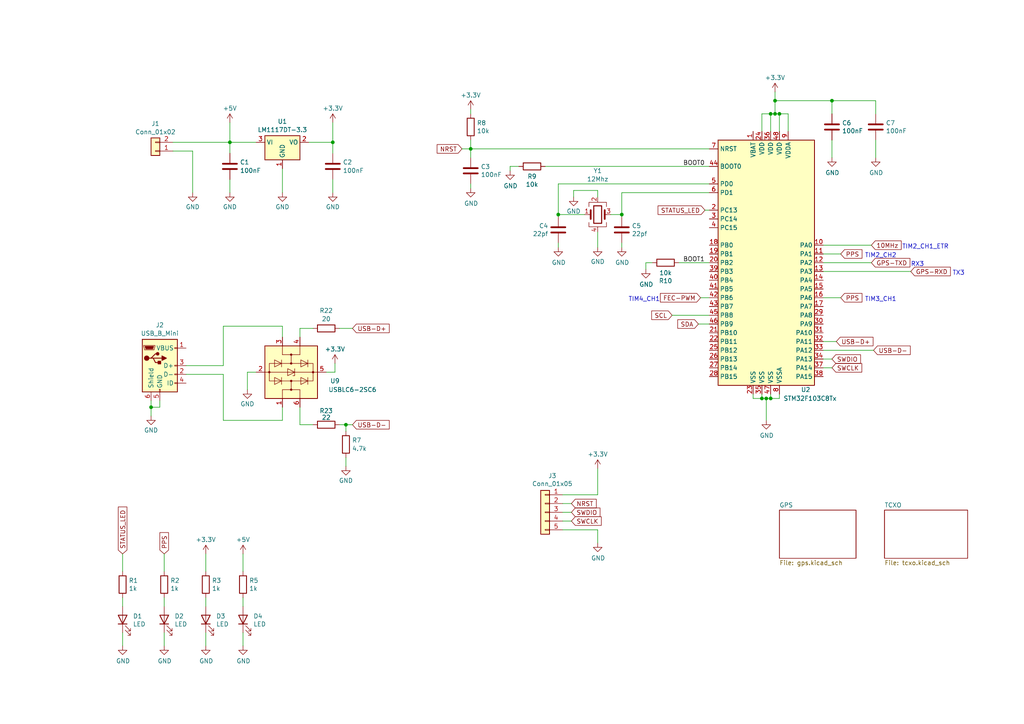
<source format=kicad_sch>
(kicad_sch (version 20230121) (generator eeschema)
  (paper "A4")
  (lib_symbols
    (symbol "Connector:USB_B_Mini" (pin_names (offset 1.016))
      (property "Reference" "J" (at -5.08 11.43 0))
      (property "Value" "USB_B_Mini" (at -5.08 8.89 0))
      (symbol "USB_B_Mini_0_1"
        (rectangle (start -5.08 -7.62) (end 5.08 7.62) (stroke (width 0.254)) (fill (type background)))
        (circle (center -3.81 2.159) (radius 0.635) (stroke (width 0.254)) (fill (type outline)))
        (circle (center -0.635 3.429) (radius 0.381) (stroke (width 0.254)) (fill (type outline)))
        (rectangle (start -0.127 -7.62) (end 0.127 -6.858))
        (polyline (pts (xy -1.905 2.159) (xy 0.635 2.159)) (stroke (width 0.254)))
        (polyline (pts (xy -3.175 2.159) (xy -2.54 2.159) (xy -1.27 3.429) (xy -0.635 3.429)) (stroke (width 0.254)))
        (polyline (pts (xy -2.54 2.159) (xy -1.905 2.159) (xy -1.27 0.889) (xy 0 0.889)) (stroke (width 0.254)))
        (polyline (pts (xy 0.635 2.794) (xy 0.635 1.524) (xy 1.905 2.159) (xy 0.635 2.794)) (stroke (width 0.254)) (fill (type outline)))
        (polyline (pts (xy -4.318 5.588) (xy -1.778 5.588) (xy -2.032 4.826) (xy -4.064 4.826) (xy -4.318 5.588)) (fill (type outline)))
        (polyline (pts (xy -4.699 5.842) (xy -4.699 5.588) (xy -4.445 4.826) (xy -4.445 4.572) (xy -1.651 4.572) (xy -1.651 4.826) (xy -1.397 5.588) (xy -1.397 5.842) (xy -4.699 5.842)))
        (rectangle (start 0.254 1.27) (end -0.508 0.508) (stroke (width 0.254)) (fill (type outline)))
        (rectangle (start 5.08 -5.207) (end 4.318 -4.953))
        (rectangle (start 5.08 -2.667) (end 4.318 -2.413))
        (rectangle (start 5.08 -0.127) (end 4.318 0.127))
        (rectangle (start 5.08 4.953) (end 4.318 5.207))
      )
      (symbol "USB_B_Mini_1_1"
        (pin power_out line (at 7.62 5.08 180) (length 2.54) (name "VBUS") (number "1"))
        (pin bidirectional line (at 7.62 -2.54 180) (length 2.54) (name "D-") (number "2"))
        (pin bidirectional line (at 7.62 0 180) (length 2.54) (name "D+") (number "3"))
        (pin passive line (at 7.62 -5.08 180) (length 2.54) (name "ID") (number "4"))
        (pin power_out line (at 0 -10.16 90) (length 2.54) (name "GND") (number "5"))
        (pin passive line (at -2.54 -10.16 90) (length 2.54) (name "Shield") (number "6"))
      )
    )
    (symbol "Connector_Generic:Conn_01x02" (pin_names (offset 1.016) hide)
      (property "Reference" "J" (at 0 2.54 0))
      (property "Value" "Conn_01x02" (at 0 -5.08 0))
      (symbol "Conn_01x02_1_1"
        (rectangle (start -1.27 -2.413) (end 0 -2.667) (stroke (width 0.1524)))
        (rectangle (start -1.27 0.127) (end 0 -0.127) (stroke (width 0.1524)))
        (rectangle (start -1.27 1.27) (end 1.27 -3.81) (stroke (width 0.254)) (fill (type background)))
        (pin passive line (at -5.08 0 0) (length 3.81) (name "Pin_1") (number "1"))
        (pin passive line (at -5.08 -2.54 0) (length 3.81) (name "Pin_2") (number "2"))
      )
    )
    (symbol "Connector_Generic:Conn_01x05" (pin_names (offset 1.016) hide)
      (property "Reference" "J" (at 0 7.62 0))
      (property "Value" "Conn_01x05" (at 0 -7.62 0))
      (symbol "Conn_01x05_1_1"
        (rectangle (start -1.27 -4.953) (end 0 -5.207) (stroke (width 0.1524)))
        (rectangle (start -1.27 -2.413) (end 0 -2.667) (stroke (width 0.1524)))
        (rectangle (start -1.27 0.127) (end 0 -0.127) (stroke (width 0.1524)))
        (rectangle (start -1.27 2.667) (end 0 2.413) (stroke (width 0.1524)))
        (rectangle (start -1.27 5.207) (end 0 4.953) (stroke (width 0.1524)))
        (rectangle (start -1.27 6.35) (end 1.27 -6.35) (stroke (width 0.254)) (fill (type background)))
        (pin passive line (at -5.08 5.08 0) (length 3.81) (name "Pin_1") (number "1"))
        (pin passive line (at -5.08 2.54 0) (length 3.81) (name "Pin_2") (number "2"))
        (pin passive line (at -5.08 0 0) (length 3.81) (name "Pin_3") (number "3"))
        (pin passive line (at -5.08 -2.54 0) (length 3.81) (name "Pin_4") (number "4"))
        (pin passive line (at -5.08 -5.08 0) (length 3.81) (name "Pin_5") (number "5"))
      )
    )
    (symbol "Device:C" (pin_numbers hide) (pin_names (offset 0.254))
      (property "Reference" "C" (at 0.635 2.54 0))
      (property "Value" "C" (at 0.635 -2.54 0))
      (symbol "C_0_1"
        (polyline (pts (xy -2.032 -0.762) (xy 2.032 -0.762)) (stroke (width 0.508)))
        (polyline (pts (xy -2.032 0.762) (xy 2.032 0.762)) (stroke (width 0.508)))
      )
      (symbol "C_1_1"
        (pin passive line (at 0 3.81 270) (length 2.794) (name "~") (number "1"))
        (pin passive line (at 0 -3.81 90) (length 2.794) (name "~") (number "2"))
      )
    )
    (symbol "Device:Crystal_GND24" (pin_names (offset 1.016) hide)
      (property "Reference" "Y" (at 3.175 5.08 0))
      (property "Value" "Crystal_GND24" (at 3.175 3.175 0))
      (symbol "Crystal_GND24_0_1"
        (rectangle (start -1.143 2.54) (end 1.143 -2.54) (stroke (width 0.3048)))
        (polyline (pts (xy -2.54 0) (xy -2.032 0)))
        (polyline (pts (xy -2.032 -1.27) (xy -2.032 1.27)) (stroke (width 0.508)))
        (polyline (pts (xy 0 -3.81) (xy 0 -3.556)))
        (polyline (pts (xy 0 3.556) (xy 0 3.81)))
        (polyline (pts (xy 2.032 -1.27) (xy 2.032 1.27)) (stroke (width 0.508)))
        (polyline (pts (xy 2.032 0) (xy 2.54 0)))
        (polyline (pts (xy -2.54 -2.286) (xy -2.54 -3.556) (xy 2.54 -3.556) (xy 2.54 -2.286)))
        (polyline (pts (xy -2.54 2.286) (xy -2.54 3.556) (xy 2.54 3.556) (xy 2.54 2.286)))
      )
      (symbol "Crystal_GND24_1_1"
        (pin passive line (at -3.81 0 0) (length 1.27) (name "1") (number "1"))
        (pin passive line (at 0 5.08 270) (length 1.27) (name "2") (number "2"))
        (pin passive line (at 3.81 0 180) (length 1.27) (name "3") (number "3"))
        (pin passive line (at 0 -5.08 90) (length 1.27) (name "4") (number "4"))
      )
    )
    (symbol "Device:LED" (pin_numbers hide) (pin_names (offset 1.016) hide)
      (property "Reference" "D" (at 0 2.54 0))
      (property "Value" "LED" (at 0 -2.54 0))
      (symbol "LED_0_1"
        (polyline (pts (xy -1.27 -1.27) (xy -1.27 1.27)) (stroke (width 0.254)))
        (polyline (pts (xy -1.27 0) (xy 1.27 0)))
        (polyline (pts (xy 1.27 -1.27) (xy 1.27 1.27) (xy -1.27 0) (xy 1.27 -1.27)) (stroke (width 0.254)))
        (polyline (pts (xy -3.048 -0.762) (xy -4.572 -2.286) (xy -3.81 -2.286) (xy -4.572 -2.286) (xy -4.572 -1.524)))
        (polyline (pts (xy -1.778 -0.762) (xy -3.302 -2.286) (xy -2.54 -2.286) (xy -3.302 -2.286) (xy -3.302 -1.524)))
      )
      (symbol "LED_1_1"
        (pin passive line (at -3.81 0 0) (length 2.54) (name "K") (number "1"))
        (pin passive line (at 3.81 0 180) (length 2.54) (name "A") (number "2"))
      )
    )
    (symbol "Device:R" (pin_numbers hide) (pin_names (offset 0))
      (property "Reference" "R" (at 2.032 0 90))
      (property "Value" "R" (at 0 0 90))
      (symbol "R_0_1"
        (rectangle (start -1.016 -2.54) (end 1.016 2.54) (stroke (width 0.254)))
      )
      (symbol "R_1_1"
        (pin passive line (at 0 3.81 270) (length 1.27) (name "~") (number "1"))
        (pin passive line (at 0 -3.81 90) (length 1.27) (name "~") (number "2"))
      )
    )
    (symbol "Power_Protection:USBLC6-2SC6" (pin_names hide)
      (property "Reference" "U" (at 2.54 8.89 0))
      (property "Value" "USBLC6-2SC6" (at 2.54 -8.89 0))
      (symbol "USBLC6-2SC6_0_1"
        (rectangle (start -7.62 -7.62) (end 7.62 7.62) (stroke (width 0.254)) (fill (type background)))
        (circle (center -5.08 0) (radius 0.254) (fill (type outline)))
        (circle (center -2.54 0) (radius 0.254) (fill (type outline)))
        (rectangle (start -2.54 6.35) (end 2.54 -6.35))
        (circle (center 0 -6.35) (radius 0.254) (fill (type outline)))
        (polyline (pts (xy -5.08 -2.54) (xy -7.62 -2.54)))
        (polyline (pts (xy -5.08 0) (xy -5.08 -2.54)))
        (polyline (pts (xy -5.08 2.54) (xy -7.62 2.54)))
        (polyline (pts (xy -1.524 -2.794) (xy -3.556 -2.794)))
        (polyline (pts (xy -1.524 4.826) (xy -3.556 4.826)))
        (polyline (pts (xy 0 -7.62) (xy 0 -6.35)))
        (polyline (pts (xy 0 -6.35) (xy 0 1.27)))
        (polyline (pts (xy 0 1.27) (xy 0 6.35)))
        (polyline (pts (xy 0 6.35) (xy 0 7.62)))
        (polyline (pts (xy 1.524 -2.794) (xy 3.556 -2.794)))
        (polyline (pts (xy 1.524 4.826) (xy 3.556 4.826)))
        (polyline (pts (xy 5.08 -2.54) (xy 7.62 -2.54)))
        (polyline (pts (xy 5.08 0) (xy 5.08 -2.54)))
        (polyline (pts (xy 5.08 2.54) (xy 7.62 2.54)))
        (polyline (pts (xy -2.54 0) (xy -5.08 0) (xy -5.08 2.54)))
        (polyline (pts (xy 2.54 0) (xy 5.08 0) (xy 5.08 2.54)))
        (polyline (pts (xy -3.556 -4.826) (xy -1.524 -4.826) (xy -2.54 -2.794) (xy -3.556 -4.826)))
        (polyline (pts (xy -3.556 2.794) (xy -1.524 2.794) (xy -2.54 4.826) (xy -3.556 2.794)))
        (polyline (pts (xy -1.016 -1.016) (xy 1.016 -1.016) (xy 0 1.016) (xy -1.016 -1.016)))
        (polyline (pts (xy 1.016 1.016) (xy 0.762 1.016) (xy -1.016 1.016) (xy -1.016 0.508)))
        (polyline (pts (xy 3.556 -4.826) (xy 1.524 -4.826) (xy 2.54 -2.794) (xy 3.556 -4.826)))
        (polyline (pts (xy 3.556 2.794) (xy 1.524 2.794) (xy 2.54 4.826) (xy 3.556 2.794)))
        (circle (center 0 6.35) (radius 0.254) (fill (type outline)))
        (circle (center 2.54 0) (radius 0.254) (fill (type outline)))
        (circle (center 5.08 0) (radius 0.254) (fill (type outline)))
      )
      (symbol "USBLC6-2SC6_1_1"
        (pin passive line (at -10.16 -2.54 0) (length 2.54) (name "I/O1") (number "1"))
        (pin passive line (at 0 -10.16 90) (length 2.54) (name "GND") (number "2"))
        (pin passive line (at 10.16 -2.54 180) (length 2.54) (name "I/O2") (number "3"))
        (pin passive line (at 10.16 2.54 180) (length 2.54) (name "I/O2") (number "4"))
        (pin passive line (at 0 10.16 270) (length 2.54) (name "VBUS") (number "5"))
        (pin passive line (at -10.16 2.54 0) (length 2.54) (name "I/O1") (number "6"))
      )
    )
    (symbol "Regulator_Linear:LM1117DT-3.3"
      (property "Reference" "U" (at -3.81 3.175 0))
      (property "Value" "LM1117DT-3.3" (at 0 3.175 0))
      (symbol "LM1117DT-3.3_0_1"
        (rectangle (start -5.08 -5.08) (end 5.08 1.905) (stroke (width 0.254)) (fill (type background)))
      )
      (symbol "LM1117DT-3.3_1_1"
        (pin power_in line (at 0 -7.62 90) (length 2.54) (name "GND") (number "1"))
        (pin power_out line (at 7.62 0 180) (length 2.54) (name "VO") (number "2"))
        (pin power_in line (at -7.62 0 0) (length 2.54) (name "VI") (number "3"))
      )
    )
    (symbol "cheapsdo-rescue:STM32F103C8Tx-MCU_ST_STM32F1"
      (property "Reference" "U" (at -15.24 36.83 0))
      (property "Value" "MCU_ST_STM32F1_STM32F103C8Tx" (at 7.62 36.83 0))
      (symbol "STM32F103C8Tx-MCU_ST_STM32F1_0_1"
        (rectangle (start -15.24 -35.56) (end 12.7 35.56) (stroke (width 0.254)) (fill (type background)))
      )
      (symbol "STM32F103C8Tx-MCU_ST_STM32F1_1_1"
        (pin power_in line (at -5.08 38.1 270) (length 2.54) (name "VBAT") (number "1"))
        (pin bidirectional line (at 15.24 5.08 180) (length 2.54) (name "PA0") (number "10"))
        (pin bidirectional line (at 15.24 2.54 180) (length 2.54) (name "PA1") (number "11"))
        (pin bidirectional line (at 15.24 0 180) (length 2.54) (name "PA2") (number "12"))
        (pin bidirectional line (at 15.24 -2.54 180) (length 2.54) (name "PA3") (number "13"))
        (pin bidirectional line (at 15.24 -5.08 180) (length 2.54) (name "PA4") (number "14"))
        (pin bidirectional line (at 15.24 -7.62 180) (length 2.54) (name "PA5") (number "15"))
        (pin bidirectional line (at 15.24 -10.16 180) (length 2.54) (name "PA6") (number "16"))
        (pin bidirectional line (at 15.24 -12.7 180) (length 2.54) (name "PA7") (number "17"))
        (pin bidirectional line (at -17.78 5.08 0) (length 2.54) (name "PB0") (number "18"))
        (pin bidirectional line (at -17.78 2.54 0) (length 2.54) (name "PB1") (number "19"))
        (pin bidirectional line (at -17.78 15.24 0) (length 2.54) (name "PC13") (number "2"))
        (pin bidirectional line (at -17.78 0 0) (length 2.54) (name "PB2") (number "20"))
        (pin bidirectional line (at -17.78 -20.32 0) (length 2.54) (name "PB10") (number "21"))
        (pin bidirectional line (at -17.78 -22.86 0) (length 2.54) (name "PB11") (number "22"))
        (pin power_in line (at -5.08 -38.1 90) (length 2.54) (name "VSS") (number "23"))
        (pin power_in line (at -2.54 38.1 270) (length 2.54) (name "VDD") (number "24"))
        (pin bidirectional line (at -17.78 -25.4 0) (length 2.54) (name "PB12") (number "25"))
        (pin bidirectional line (at -17.78 -27.94 0) (length 2.54) (name "PB13") (number "26"))
        (pin bidirectional line (at -17.78 -30.48 0) (length 2.54) (name "PB14") (number "27"))
        (pin bidirectional line (at -17.78 -33.02 0) (length 2.54) (name "PB15") (number "28"))
        (pin bidirectional line (at 15.24 -15.24 180) (length 2.54) (name "PA8") (number "29"))
        (pin bidirectional line (at -17.78 12.7 0) (length 2.54) (name "PC14") (number "3"))
        (pin bidirectional line (at 15.24 -17.78 180) (length 2.54) (name "PA9") (number "30"))
        (pin bidirectional line (at 15.24 -20.32 180) (length 2.54) (name "PA10") (number "31"))
        (pin bidirectional line (at 15.24 -22.86 180) (length 2.54) (name "PA11") (number "32"))
        (pin bidirectional line (at 15.24 -25.4 180) (length 2.54) (name "PA12") (number "33"))
        (pin bidirectional line (at 15.24 -27.94 180) (length 2.54) (name "PA13") (number "34"))
        (pin power_in line (at -2.54 -38.1 90) (length 2.54) (name "VSS") (number "35"))
        (pin power_in line (at 0 38.1 270) (length 2.54) (name "VDD") (number "36"))
        (pin bidirectional line (at 15.24 -30.48 180) (length 2.54) (name "PA14") (number "37"))
        (pin bidirectional line (at 15.24 -33.02 180) (length 2.54) (name "PA15") (number "38"))
        (pin bidirectional line (at -17.78 -2.54 0) (length 2.54) (name "PB3") (number "39"))
        (pin bidirectional line (at -17.78 10.16 0) (length 2.54) (name "PC15") (number "4"))
        (pin bidirectional line (at -17.78 -5.08 0) (length 2.54) (name "PB4") (number "40"))
        (pin bidirectional line (at -17.78 -7.62 0) (length 2.54) (name "PB5") (number "41"))
        (pin bidirectional line (at -17.78 -10.16 0) (length 2.54) (name "PB6") (number "42"))
        (pin bidirectional line (at -17.78 -12.7 0) (length 2.54) (name "PB7") (number "43"))
        (pin input line (at -17.78 27.94 0) (length 2.54) (name "BOOT0") (number "44"))
        (pin bidirectional line (at -17.78 -15.24 0) (length 2.54) (name "PB8") (number "45"))
        (pin bidirectional line (at -17.78 -17.78 0) (length 2.54) (name "PB9") (number "46"))
        (pin power_in line (at 0 -38.1 90) (length 2.54) (name "VSS") (number "47"))
        (pin power_in line (at 2.54 38.1 270) (length 2.54) (name "VDD") (number "48"))
        (pin input line (at -17.78 22.86 0) (length 2.54) (name "PD0") (number "5"))
        (pin input line (at -17.78 20.32 0) (length 2.54) (name "PD1") (number "6"))
        (pin input line (at -17.78 33.02 0) (length 2.54) (name "NRST") (number "7"))
        (pin power_in line (at 2.54 -38.1 90) (length 2.54) (name "VSSA") (number "8"))
        (pin power_in line (at 5.08 38.1 270) (length 2.54) (name "VDDA") (number "9"))
      )
    )
    (symbol "power:+3.3V" (power) (pin_names (offset 0))
      (property "Value" "+3.3V" (at 0 3.556 0))
      (symbol "+3.3V_0_1"
        (polyline (pts (xy -0.762 1.27) (xy 0 2.54)))
        (polyline (pts (xy 0 0) (xy 0 2.54)))
        (polyline (pts (xy 0 2.54) (xy 0.762 1.27)))
      )
      (symbol "+3.3V_1_1"
        (pin power_in line (at 0 0 90) (length 0) hide (name "+3.3V") (number "1"))
      )
    )
    (symbol "power:+5V" (power) (pin_names (offset 0))
      (property "Value" "+5V" (at 0 3.556 0))
      (symbol "+5V_0_1"
        (polyline (pts (xy -0.762 1.27) (xy 0 2.54)))
        (polyline (pts (xy 0 0) (xy 0 2.54)))
        (polyline (pts (xy 0 2.54) (xy 0.762 1.27)))
      )
      (symbol "+5V_1_1"
        (pin power_in line (at 0 0 90) (length 0) hide (name "+5V") (number "1"))
      )
    )
    (symbol "power:GND" (power) (pin_names (offset 0))
      (property "Value" "GND" (at 0 -3.81 0))
      (symbol "GND_0_1"
        (polyline (pts (xy 0 0) (xy 0 -1.27) (xy 1.27 -1.27) (xy 0 -2.54) (xy -1.27 -1.27) (xy 0 -1.27)))
      )
      (symbol "GND_1_1"
        (pin power_in line (at 0 0 270) (length 0) hide (name "GND") (number "1"))
      )
    )
  )
  (junction (at 180.34 62.23))
  (junction (at 96.52 41.275))
  (junction (at 220.98 115.57))
  (junction (at 100.33 123.19))
  (junction (at 223.52 33.02))
  (junction (at 222.25 115.57))
  (junction (at 224.79 29.21))
  (junction (at 226.06 33.02))
  (junction (at 43.815 118.11))
  (junction (at 241.3 29.21))
  (junction (at 223.52 115.57))
  (junction (at 224.79 33.02))
  (junction (at 161.925 62.23))
  (junction (at 136.525 43.18))
  (junction (at 66.675 41.275))
  (wire (pts (xy 43.815 118.11) (xy 43.815 120.65)))
  (wire (pts (xy 241.3 40.64) (xy 241.3 45.72)))
  (wire (pts (xy 163.195 153.67) (xy 173.355 153.67)))
  (wire (pts (xy 254 29.21) (xy 254 33.02)))
  (wire (pts (xy 98.425 123.19) (xy 100.33 123.19)))
  (wire (pts (xy 238.76 104.14) (xy 241.3 104.14)))
  (wire (pts (xy 74.295 107.95) (xy 71.755 107.95)))
  (wire (pts (xy 163.195 146.05) (xy 165.735 146.05)))
  (wire (pts (xy 136.525 43.18) (xy 136.525 45.72)))
  (wire (pts (xy 161.925 62.23) (xy 161.925 62.865)))
  (wire (pts (xy 173.355 143.51) (xy 173.355 135.89)))
  (wire (pts (xy 222.25 115.57) (xy 223.52 115.57)))
  (wire (pts (xy 64.77 121.92) (xy 64.77 108.585)))
  (wire (pts (xy 53.975 106.045) (xy 64.77 106.045)))
  (wire (pts (xy 35.56 160.655) (xy 35.56 165.735)))
  (wire (pts (xy 96.52 41.275) (xy 96.52 44.45)))
  (wire (pts (xy 163.195 151.13) (xy 165.735 151.13)))
  (wire (pts (xy 254 40.64) (xy 254 45.72)))
  (wire (pts (xy 238.76 76.2) (xy 252.73 76.2)))
  (wire (pts (xy 223.52 33.02) (xy 224.79 33.02)))
  (wire (pts (xy 97.155 107.95) (xy 97.155 105.41)))
  (wire (pts (xy 81.915 118.11) (xy 81.915 121.92)))
  (wire (pts (xy 94.615 107.95) (xy 97.155 107.95)))
  (wire (pts (xy 163.195 143.51) (xy 173.355 143.51)))
  (wire (pts (xy 71.755 107.95) (xy 71.755 113.03)))
  (wire (pts (xy 47.625 173.355) (xy 47.625 175.895)))
  (wire (pts (xy 136.525 33.02) (xy 136.525 31.75)))
  (wire (pts (xy 222.25 115.57) (xy 222.25 121.92)))
  (wire (pts (xy 136.525 53.34) (xy 136.525 54.61)))
  (wire (pts (xy 161.925 62.23) (xy 169.545 62.23)))
  (wire (pts (xy 55.88 43.815) (xy 55.88 55.88)))
  (wire (pts (xy 50.165 43.815) (xy 55.88 43.815)))
  (wire (pts (xy 86.995 95.25) (xy 90.805 95.25)))
  (wire (pts (xy 223.52 38.1) (xy 223.52 33.02)))
  (wire (pts (xy 86.995 118.11) (xy 86.995 123.19)))
  (wire (pts (xy 64.77 94.615) (xy 81.915 94.615)))
  (wire (pts (xy 238.76 78.74) (xy 264.16 78.74)))
  (wire (pts (xy 147.955 49.53) (xy 147.955 48.26)))
  (wire (pts (xy 220.98 38.1) (xy 220.98 33.02)))
  (wire (pts (xy 218.44 114.3) (xy 218.44 115.57)))
  (wire (pts (xy 194.945 91.44) (xy 205.74 91.44)))
  (wire (pts (xy 70.485 160.655) (xy 70.485 165.735)))
  (wire (pts (xy 173.355 55.245) (xy 166.37 55.245)))
  (wire (pts (xy 224.79 29.21) (xy 241.3 29.21)))
  (wire (pts (xy 173.355 153.67) (xy 173.355 157.48)))
  (wire (pts (xy 46.355 118.11) (xy 46.355 116.205)))
  (wire (pts (xy 100.33 123.19) (xy 100.33 125.095)))
  (wire (pts (xy 196.85 76.2) (xy 205.74 76.2)))
  (wire (pts (xy 64.77 106.045) (xy 64.77 94.615)))
  (wire (pts (xy 59.69 183.515) (xy 59.69 187.325)))
  (wire (pts (xy 161.925 71.755) (xy 161.925 70.485)))
  (wire (pts (xy 158.115 48.26) (xy 205.74 48.26)))
  (wire (pts (xy 224.79 29.21) (xy 224.79 26.67)))
  (wire (pts (xy 226.06 38.1) (xy 226.06 33.02)))
  (wire (pts (xy 180.34 62.23) (xy 180.34 62.865)))
  (wire (pts (xy 204.47 60.96) (xy 205.74 60.96)))
  (wire (pts (xy 81.915 121.92) (xy 64.77 121.92)))
  (wire (pts (xy 177.165 62.23) (xy 180.34 62.23)))
  (wire (pts (xy 241.3 29.21) (xy 241.3 33.02)))
  (wire (pts (xy 223.52 115.57) (xy 226.06 115.57)))
  (wire (pts (xy 161.925 53.34) (xy 161.925 62.23)))
  (wire (pts (xy 86.995 95.25) (xy 86.995 97.79)))
  (wire (pts (xy 100.33 132.715) (xy 100.33 135.255)))
  (wire (pts (xy 238.76 73.66) (xy 243.84 73.66)))
  (wire (pts (xy 180.34 55.88) (xy 205.74 55.88)))
  (wire (pts (xy 238.76 106.68) (xy 241.3 106.68)))
  (wire (pts (xy 136.525 43.18) (xy 136.525 40.64)))
  (wire (pts (xy 173.355 67.31) (xy 173.355 71.755)))
  (wire (pts (xy 238.76 86.36) (xy 243.84 86.36)))
  (wire (pts (xy 166.37 55.245) (xy 166.37 57.15)))
  (wire (pts (xy 241.3 29.21) (xy 254 29.21)))
  (wire (pts (xy 223.52 115.57) (xy 223.52 114.3)))
  (wire (pts (xy 66.675 35.56) (xy 66.675 41.275)))
  (wire (pts (xy 220.98 33.02) (xy 223.52 33.02)))
  (wire (pts (xy 47.625 183.515) (xy 47.625 187.325)))
  (wire (pts (xy 133.985 43.18) (xy 136.525 43.18)))
  (wire (pts (xy 238.76 101.6) (xy 253.365 101.6)))
  (wire (pts (xy 102.235 95.25) (xy 98.425 95.25)))
  (wire (pts (xy 43.815 118.11) (xy 46.355 118.11)))
  (wire (pts (xy 189.23 76.2) (xy 187.325 76.2)))
  (wire (pts (xy 226.06 115.57) (xy 226.06 114.3)))
  (wire (pts (xy 59.69 160.655) (xy 59.69 165.735)))
  (wire (pts (xy 218.44 115.57) (xy 220.98 115.57)))
  (wire (pts (xy 59.69 173.355) (xy 59.69 175.895)))
  (wire (pts (xy 102.235 123.19) (xy 100.33 123.19)))
  (wire (pts (xy 90.805 123.19) (xy 86.995 123.19)))
  (wire (pts (xy 226.06 33.02) (xy 228.6 33.02)))
  (wire (pts (xy 43.815 116.205) (xy 43.815 118.11)))
  (wire (pts (xy 220.98 115.57) (xy 222.25 115.57)))
  (wire (pts (xy 147.955 48.26) (xy 150.495 48.26)))
  (wire (pts (xy 96.52 52.07) (xy 96.52 55.88)))
  (wire (pts (xy 89.535 41.275) (xy 96.52 41.275)))
  (wire (pts (xy 161.925 53.34) (xy 205.74 53.34)))
  (wire (pts (xy 47.625 160.655) (xy 47.625 165.735)))
  (wire (pts (xy 180.34 55.88) (xy 180.34 62.23)))
  (wire (pts (xy 173.355 57.15) (xy 173.355 55.245)))
  (wire (pts (xy 187.325 76.2) (xy 187.325 78.105)))
  (wire (pts (xy 50.165 41.275) (xy 66.675 41.275)))
  (wire (pts (xy 53.975 108.585) (xy 64.77 108.585)))
  (wire (pts (xy 136.525 43.18) (xy 205.74 43.18)))
  (wire (pts (xy 238.76 71.12) (xy 252.73 71.12)))
  (wire (pts (xy 66.675 41.275) (xy 66.675 44.45)))
  (wire (pts (xy 66.675 52.07) (xy 66.675 55.88)))
  (wire (pts (xy 180.34 71.755) (xy 180.34 70.485)))
  (wire (pts (xy 228.6 33.02) (xy 228.6 38.1)))
  (wire (pts (xy 35.56 173.355) (xy 35.56 175.895)))
  (wire (pts (xy 81.915 48.895) (xy 81.915 55.88)))
  (wire (pts (xy 81.915 94.615) (xy 81.915 97.79)))
  (wire (pts (xy 238.76 99.06) (xy 242.57 99.06)))
  (wire (pts (xy 220.98 115.57) (xy 220.98 114.3)))
  (wire (pts (xy 224.79 33.02) (xy 224.79 29.21)))
  (wire (pts (xy 74.295 41.275) (xy 66.675 41.275)))
  (wire (pts (xy 70.485 183.515) (xy 70.485 187.325)))
  (wire (pts (xy 224.79 33.02) (xy 226.06 33.02)))
  (wire (pts (xy 202.565 93.98) (xy 205.74 93.98)))
  (wire (pts (xy 163.195 148.59) (xy 165.735 148.59)))
  (wire (pts (xy 35.56 183.515) (xy 35.56 187.325)))
  (wire (pts (xy 96.52 41.275) (xy 96.52 35.56)))
  (wire (pts (xy 70.485 173.355) (xy 70.485 175.895)))
  (wire (pts (xy 203.2 86.36) (xy 205.74 86.36)))
  (text "TIM2_CH2" (at 250.825 74.93 0) (effects (font (size 1.27 1.27)) (justify left bottom)))
  (text "TIM2_CH1_ETR" (at 261.62 72.39 0) (effects (font (size 1.27 1.27)) (justify left bottom)))
  (text "TIM4_CH1" (at 182.245 87.63 0) (effects (font (size 1.27 1.27)) (justify left bottom)))
  (text "TIM3_CH1" (at 250.825 87.63 0) (effects (font (size 1.27 1.27)) (justify left bottom)))
  (text "RX3" (at 264.16 77.47 0) (effects (font (size 1.27 1.27)) (justify left bottom)))
  (text "TX3" (at 276.225 80.01 0) (effects (font (size 1.27 1.27)) (justify left bottom)))
  (label "BOOT0" (at 198.12 48.26 0))
  (label "BOOT1" (at 198.12 76.2 0))
  (global_label "USB-D+" (shape input) (at 242.57 99.06 0) (property "Intersheetrefs" "${INTERSHEET_REFS}" (effects hide)))
  (global_label "SCL" (shape input) (at 194.945 91.44 180) (property "Intersheetrefs" "${INTERSHEET_REFS}" (effects hide)))
  (global_label "SWCLK" (shape input) (at 165.735 151.13 0) (property "Intersheetrefs" "${INTERSHEET_REFS}" (effects hide)))
  (global_label "NRST" (shape input) (at 165.735 146.05 0) (property "Intersheetrefs" "${INTERSHEET_REFS}" (effects hide)))
  (global_label "NRST" (shape input) (at 133.985 43.18 180) (property "Intersheetrefs" "${INTERSHEET_REFS}" (effects hide)))
  (global_label "SWDIO" (shape input) (at 165.735 148.59 0) (property "Intersheetrefs" "${INTERSHEET_REFS}" (effects hide)))
  (global_label "STATUS_LED" (shape input) (at 35.56 160.655 90) (property "Intersheetrefs" "${INTERSHEET_REFS}" (effects hide)))
  (global_label "GPS-RXD" (shape input) (at 264.16 78.74 0) (property "Intersheetrefs" "${INTERSHEET_REFS}" (effects hide)))
  (global_label "PPS" (shape input) (at 47.625 160.655 90) (property "Intersheetrefs" "${INTERSHEET_REFS}" (effects hide)))
  (global_label "PPS" (shape input) (at 243.84 73.66 0) (property "Intersheetrefs" "${INTERSHEET_REFS}" (effects hide)))
  (global_label "SWDIO" (shape input) (at 241.3 104.14 0) (property "Intersheetrefs" "${INTERSHEET_REFS}" (effects hide)))
  (global_label "STATUS_LED" (shape input) (at 204.47 60.96 180) (property "Intersheetrefs" "${INTERSHEET_REFS}" (effects hide)))
  (global_label "SDA" (shape input) (at 202.565 93.98 180) (property "Intersheetrefs" "${INTERSHEET_REFS}" (effects hide)))
  (global_label "PPS" (shape input) (at 243.84 86.36 0) (property "Intersheetrefs" "${INTERSHEET_REFS}" (effects hide)))
  (global_label "USB-D-" (shape input) (at 253.365 101.6 0) (property "Intersheetrefs" "${INTERSHEET_REFS}" (effects hide)))
  (global_label "USB-D+" (shape input) (at 102.235 95.25 0) (property "Intersheetrefs" "${INTERSHEET_REFS}" (effects hide)))
  (global_label "SWCLK" (shape input) (at 241.3 106.68 0) (property "Intersheetrefs" "${INTERSHEET_REFS}" (effects hide)))
  (global_label "GPS-TXD" (shape input) (at 252.73 76.2 0) (property "Intersheetrefs" "${INTERSHEET_REFS}" (effects hide)))
  (global_label "10MHz" (shape input) (at 252.73 71.12 0) (property "Intersheetrefs" "${INTERSHEET_REFS}" (effects hide)))
  (global_label "USB-D-" (shape input) (at 102.235 123.19 0) (property "Intersheetrefs" "${INTERSHEET_REFS}" (effects hide)))
  (global_label "FEC-PWM" (shape input) (at 203.2 86.36 180) (property "Intersheetrefs" "${INTERSHEET_REFS}" (effects hide)))
  (symbol (lib_id "cheapsdo-rescue:STM32F103C8Tx-MCU_ST_STM32F1") (at 223.52 76.2 0) (unit 1)
    (property "Reference" "U2" (at 233.68 113.03 0))
    (property "Value" "STM32F103C8Tx" (at 234.95 115.57 0))
    (property "Footprint" "Package_QFP:LQFP-48_7x7mm_P0.5mm" (effects hide))
    (property "Datasheet" "http://www.st.com/st-web-ui/static/active/en/resource/technical/document/datasheet/CD00161566.pdf" (effects hide))
  )
  (symbol (lib_id "Device:R") (at 154.305 48.26 270) (unit 1)
    (property "Reference" "R9" (at 154.305 51.181 90))
    (property "Value" "10k" (at 154.305 53.4924 90))
    (property "Footprint" "Resistor_SMD:R_0603_1608Metric_Pad0.98x0.95mm_HandSolder" (effects hide))
  )
  (symbol (lib_id "Device:R") (at 193.04 76.2 90) (unit 1)
    (property "Reference" "R10" (at 193.04 81.4578 90))
    (property "Value" "10k" (at 193.04 79.1464 90))
    (property "Footprint" "Resistor_SMD:R_0603_1608Metric_Pad0.98x0.95mm_HandSolder" (effects hide))
  )
  (symbol (lib_id "power:GND") (at 187.325 78.105 0) (unit 1)
    (property "Reference" "#PWR024" (effects hide))
    (property "Value" "GND" (at 187.452 82.4992 0))
  )
  (symbol (lib_id "Device:C") (at 161.925 66.675 0) (unit 1)
    (property "Reference" "C4" (at 159.0294 65.5066 0) (effects (justify right)))
    (property "Value" "22pf" (at 159.0294 67.818 0) (effects (justify right)))
    (property "Footprint" "Capacitor_SMD:C_0603_1608Metric_Pad1.08x0.95mm_HandSolder" (effects hide))
  )
  (symbol (lib_id "Device:C") (at 180.34 66.675 0) (unit 1)
    (property "Reference" "C5" (at 183.261 65.5066 0) (effects (justify left)))
    (property "Value" "22pf" (at 183.261 67.818 0) (effects (justify left)))
    (property "Footprint" "Capacitor_SMD:C_0603_1608Metric_Pad1.08x0.95mm_HandSolder" (effects hide))
  )
  (symbol (lib_id "power:GND") (at 147.955 49.53 0) (unit 1)
    (property "Reference" "#PWR017" (effects hide))
    (property "Value" "GND" (at 148.082 53.9242 0))
  )
  (symbol (lib_id "power:GND") (at 161.925 71.755 0) (unit 1)
    (property "Reference" "#PWR018" (effects hide))
    (property "Value" "GND" (at 162.052 76.1492 0))
  )
  (symbol (lib_id "power:GND") (at 180.34 71.755 0) (unit 1)
    (property "Reference" "#PWR023" (effects hide))
    (property "Value" "GND" (at 180.467 76.1492 0))
  )
  (symbol (lib_id "power:GND") (at 222.25 121.92 0) (unit 1)
    (property "Reference" "#PWR025" (effects hide))
    (property "Value" "GND" (at 222.377 126.3142 0))
  )
  (symbol (lib_id "Device:C") (at 241.3 36.83 0) (unit 1)
    (property "Reference" "C6" (at 244.221 35.6616 0) (effects (justify left)))
    (property "Value" "100nF" (at 244.221 37.973 0) (effects (justify left)))
    (property "Footprint" "Capacitor_SMD:C_0603_1608Metric_Pad1.08x0.95mm_HandSolder" (effects hide))
  )
  (symbol (lib_id "Device:C") (at 254 36.83 0) (unit 1)
    (property "Reference" "C7" (at 256.921 35.6616 0) (effects (justify left)))
    (property "Value" "100nF" (at 256.921 37.973 0) (effects (justify left)))
    (property "Footprint" "Capacitor_SMD:C_0603_1608Metric_Pad1.08x0.95mm_HandSolder" (effects hide))
  )
  (symbol (lib_id "power:GND") (at 254 45.72 0) (unit 1)
    (property "Reference" "#PWR028" (effects hide))
    (property "Value" "GND" (at 254.127 50.1142 0))
  )
  (symbol (lib_id "power:GND") (at 241.3 45.72 0) (unit 1)
    (property "Reference" "#PWR027" (effects hide))
    (property "Value" "GND" (at 241.427 50.1142 0))
  )
  (symbol (lib_id "Device:R") (at 136.525 36.83 0) (unit 1)
    (property "Reference" "R8" (at 138.303 35.6616 0) (effects (justify left)))
    (property "Value" "10k" (at 138.303 37.973 0) (effects (justify left)))
    (property "Footprint" "Resistor_SMD:R_0603_1608Metric_Pad0.98x0.95mm_HandSolder" (effects hide))
  )
  (symbol (lib_id "Device:C") (at 136.525 49.53 0) (unit 1)
    (property "Reference" "C3" (at 139.446 48.3616 0) (effects (justify left)))
    (property "Value" "100nF" (at 139.446 50.673 0) (effects (justify left)))
    (property "Footprint" "Capacitor_SMD:C_0603_1608Metric_Pad1.08x0.95mm_HandSolder" (effects hide))
  )
  (symbol (lib_id "power:GND") (at 136.525 54.61 0) (unit 1)
    (property "Reference" "#PWR016" (effects hide))
    (property "Value" "GND" (at 136.652 59.0042 0))
  )
  (symbol (lib_id "Connector_Generic:Conn_01x05") (at 158.115 148.59 0) (mirror y) (unit 1)
    (property "Reference" "J3" (at 160.1978 137.9982 0))
    (property "Value" "Conn_01x05" (at 160.1978 140.3096 0))
    (property "Footprint" "Connector_PinHeader_2.54mm:PinHeader_1x05_P2.54mm_Vertical" (effects hide))
  )
  (symbol (lib_id "power:GND") (at 173.355 157.48 0) (unit 1)
    (property "Reference" "#PWR022" (effects hide))
    (property "Value" "GND" (at 173.482 161.8742 0))
  )
  (symbol (lib_id "Device:R") (at 35.56 169.545 0) (unit 1)
    (property "Reference" "R1" (at 37.338 168.3766 0) (effects (justify left)))
    (property "Value" "1k" (at 37.338 170.688 0) (effects (justify left)))
    (property "Footprint" "Resistor_SMD:R_0603_1608Metric_Pad0.98x0.95mm_HandSolder" (effects hide))
  )
  (symbol (lib_id "Device:LED") (at 35.56 179.705 90) (unit 1)
    (property "Reference" "D1" (at 38.5572 178.7144 90) (effects (justify right)))
    (property "Value" "LED" (at 38.5572 181.0258 90) (effects (justify right)))
    (property "Footprint" "LED_SMD:LED_0603_1608Metric" (effects hide))
  )
  (symbol (lib_id "power:GND") (at 35.56 187.325 0) (unit 1)
    (property "Reference" "#PWR01" (effects hide))
    (property "Value" "GND" (at 35.687 191.7192 0))
  )
  (symbol (lib_id "power:+3.3V") (at 136.525 31.75 0) (unit 1)
    (property "Reference" "#PWR015" (effects hide))
    (property "Value" "+3.3V" (at 136.525 27.6169 0))
  )
  (symbol (lib_id "Device:LED") (at 59.69 179.705 90) (unit 1)
    (property "Reference" "D3" (at 62.6872 178.7144 90) (effects (justify right)))
    (property "Value" "LED" (at 62.6872 181.0258 90) (effects (justify right)))
    (property "Footprint" "LED_SMD:LED_0603_1608Metric" (effects hide))
  )
  (symbol (lib_id "power:GND") (at 100.33 135.255 0) (unit 1)
    (property "Reference" "#PWR012" (effects hide))
    (property "Value" "GND" (at 100.33 139.3881 0))
  )
  (symbol (lib_id "power:+3.3V") (at 96.52 35.56 0) (unit 1)
    (property "Reference" "#PWR013" (effects hide))
    (property "Value" "+3.3V" (at 96.52 31.4269 0))
  )
  (symbol (lib_id "power:GND") (at 96.52 55.88 0) (unit 1)
    (property "Reference" "#PWR014" (effects hide))
    (property "Value" "GND" (at 96.52 60.0131 0))
  )
  (symbol (lib_id "power:+3.3V") (at 97.155 105.41 0) (unit 1)
    (property "Reference" "#PWR058" (effects hide))
    (property "Value" "+3.3V" (at 97.155 101.2769 0))
  )
  (symbol (lib_id "power:GND") (at 43.815 120.65 0) (unit 1)
    (property "Reference" "#PWR02" (effects hide))
    (property "Value" "GND" (at 43.815 124.7831 0))
  )
  (symbol (lib_id "power:GND") (at 173.355 71.755 0) (unit 1)
    (property "Reference" "#PWR020" (effects hide))
    (property "Value" "GND" (at 173.355 75.8881 0))
  )
  (symbol (lib_id "Device:R") (at 47.625 169.545 0) (unit 1)
    (property "Reference" "R2" (at 49.403 168.3766 0) (effects (justify left)))
    (property "Value" "1k" (at 49.403 170.688 0) (effects (justify left)))
    (property "Footprint" "Resistor_SMD:R_0603_1608Metric_Pad0.98x0.95mm_HandSolder" (effects hide))
  )
  (symbol (lib_id "Device:R") (at 94.615 95.25 90) (mirror x) (unit 1)
    (property "Reference" "R22" (at 94.615 90.0897 90))
    (property "Value" "20" (at 94.615 92.5139 90))
    (property "Footprint" "Resistor_SMD:R_0603_1608Metric_Pad0.98x0.95mm_HandSolder" (effects hide))
  )
  (symbol (lib_id "Device:C") (at 66.675 48.26 0) (unit 1)
    (property "Reference" "C1" (at 69.596 47.0479 0) (effects (justify left)))
    (property "Value" "100nF" (at 69.596 49.4721 0) (effects (justify left)))
    (property "Footprint" "Capacitor_SMD:C_0603_1608Metric_Pad1.08x0.95mm_HandSolder" (effects hide))
  )
  (symbol (lib_id "power:GND") (at 81.915 55.88 0) (unit 1)
    (property "Reference" "#PWR011" (effects hide))
    (property "Value" "GND" (at 81.915 60.0131 0))
  )
  (symbol (lib_id "power:+3.3V") (at 173.355 135.89 0) (unit 1)
    (property "Reference" "#PWR026" (effects hide))
    (property "Value" "+3.3V" (at 173.355 131.7569 0))
  )
  (symbol (lib_id "Device:LED") (at 47.625 179.705 90) (unit 1)
    (property "Reference" "D2" (at 50.6222 178.7144 90) (effects (justify right)))
    (property "Value" "LED" (at 50.6222 181.0258 90) (effects (justify right)))
    (property "Footprint" "Diode_SMD:D_SOD-323_HandSoldering" (effects hide))
  )
  (symbol (lib_id "Device:LED") (at 70.485 179.705 90) (unit 1)
    (property "Reference" "D4" (at 73.4822 178.7144 90) (effects (justify right)))
    (property "Value" "LED" (at 73.4822 181.0258 90) (effects (justify right)))
    (property "Footprint" "LED_SMD:LED_0603_1608Metric" (effects hide))
  )
  (symbol (lib_id "Device:Crystal_GND24") (at 173.355 62.23 0) (unit 1)
    (property "Reference" "Y1" (at 173.355 49.53 0))
    (property "Value" "12Mhz" (at 173.355 51.9542 0))
    (property "Footprint" "Crystal:Crystal_SMD_EuroQuartz_MJ-4Pin_5.0x3.2mm_HandSoldering" (effects hide))
  )
  (symbol (lib_id "power:GND") (at 66.675 55.88 0) (unit 1)
    (property "Reference" "#PWR08" (effects hide))
    (property "Value" "GND" (at 66.675 60.0131 0))
  )
  (symbol (lib_id "power:GND") (at 70.485 187.325 0) (unit 1)
    (property "Reference" "#PWR010" (effects hide))
    (property "Value" "GND" (at 70.612 191.7192 0))
  )
  (symbol (lib_id "Device:R") (at 70.485 169.545 0) (unit 1)
    (property "Reference" "R5" (at 72.263 168.3766 0) (effects (justify left)))
    (property "Value" "1k" (at 72.263 170.688 0) (effects (justify left)))
    (property "Footprint" "Resistor_SMD:R_0603_1608Metric_Pad0.98x0.95mm_HandSolder" (effects hide))
  )
  (symbol (lib_id "power:GND") (at 166.37 57.15 0) (unit 1)
    (property "Reference" "#PWR019" (effects hide))
    (property "Value" "GND" (at 166.37 61.2831 0))
  )
  (symbol (lib_id "power:GND") (at 55.88 55.88 0) (unit 1)
    (property "Reference" "#PWR04" (effects hide))
    (property "Value" "GND" (at 55.88 60.0131 0))
  )
  (symbol (lib_id "Regulator_Linear:LM1117DT-3.3") (at 81.915 41.275 0) (unit 1)
    (property "Reference" "U1" (at 81.915 35.2257 0))
    (property "Value" "LM1117DT-3.3" (at 81.915 37.6499 0))
    (property "Footprint" "Package_TO_SOT_SMD:SOT-223-3_TabPin2" (effects hide))
    (property "Datasheet" "http://www.ti.com/lit/ds/symlink/lm1117.pdf" (effects hide))
  )
  (symbol (lib_id "Connector:USB_B_Mini") (at 46.355 106.045 0) (unit 1)
    (property "Reference" "J2" (at 46.355 94.2807 0))
    (property "Value" "USB_B_Mini" (at 46.355 96.7049 0))
    (property "Footprint" "Connector_USB:USB_Mini-B_Wuerth_65100516121_Horizontal" (effects hide))
  )
  (symbol (lib_id "power:+3.3V") (at 59.69 160.655 0) (unit 1)
    (property "Reference" "#PWR05" (effects hide))
    (property "Value" "+3.3V" (at 59.69 156.5219 0))
  )
  (symbol (lib_id "power:+5V") (at 70.485 160.655 0) (unit 1)
    (property "Reference" "#PWR09" (effects hide))
    (property "Value" "+5V" (at 70.485 156.5219 0))
  )
  (symbol (lib_id "Device:R") (at 59.69 169.545 0) (unit 1)
    (property "Reference" "R3" (at 61.468 168.3766 0) (effects (justify left)))
    (property "Value" "1k" (at 61.468 170.688 0) (effects (justify left)))
    (property "Footprint" "Resistor_SMD:R_0603_1608Metric_Pad0.98x0.95mm_HandSolder" (effects hide))
  )
  (symbol (lib_id "power:+5V") (at 66.675 35.56 0) (unit 1)
    (property "Reference" "#PWR07" (effects hide))
    (property "Value" "+5V" (at 66.675 31.4269 0))
  )
  (symbol (lib_id "power:+3.3V") (at 224.79 26.67 0) (unit 1)
    (property "Reference" "#PWR021" (effects hide))
    (property "Value" "+3.3V" (at 224.79 22.5369 0))
  )
  (symbol (lib_id "Device:R") (at 94.615 123.19 270) (mirror x) (unit 1)
    (property "Reference" "R23" (at 94.615 119.1641 90))
    (property "Value" "22" (at 94.615 121.0851 90))
    (property "Footprint" "Resistor_SMD:R_0603_1608Metric_Pad0.98x0.95mm_HandSolder" (effects hide))
  )
  (symbol (lib_id "power:GND") (at 59.69 187.325 0) (unit 1)
    (property "Reference" "#PWR06" (effects hide))
    (property "Value" "GND" (at 59.817 191.7192 0))
  )
  (symbol (lib_id "Device:R") (at 100.33 128.905 180) (unit 1)
    (property "Reference" "R7" (at 102.108 127.6929 0) (effects (justify right)))
    (property "Value" "4.7k" (at 102.108 130.1171 0) (effects (justify right)))
    (property "Footprint" "Resistor_SMD:R_0603_1608Metric_Pad0.98x0.95mm_HandSolder" (effects hide))
  )
  (symbol (lib_id "Connector_Generic:Conn_01x02") (at 45.085 43.815 180) (unit 1)
    (property "Reference" "J1" (at 45.085 35.8607 0))
    (property "Value" "Conn_01x02" (at 45.085 38.2849 0))
    (property "Footprint" "Connector_Phoenix_MSTB:PhoenixContact_MSTBA_2,5_2-G-5,08_1x02_P5.08mm_Horizontal" (effects hide))
    (property "Reichelt" "MSTBA 2-G 5,08 + MSTB 2-ST 5,08" (effects hide))
  )
  (symbol (lib_id "Device:C") (at 96.52 48.26 0) (unit 1)
    (property "Reference" "C2" (at 99.441 47.0479 0) (effects (justify left)))
    (property "Value" "100nF" (at 99.441 49.4721 0) (effects (justify left)))
    (property "Footprint" "Capacitor_SMD:C_0603_1608Metric_Pad1.08x0.95mm_HandSolder" (effects hide))
  )
  (symbol (lib_id "Power_Protection:USBLC6-2SC6") (at 84.455 107.95 270) (mirror x) (unit 1)
    (property "Reference" "U9" (at 97.155 110.49 90))
    (property "Value" "USBLC6-2SC6" (at 102.235 113.03 90))
    (property "Footprint" "Package_TO_SOT_SMD:SOT-23-6" (effects hide))
    (property "Datasheet" "https://www.st.com/resource/en/datasheet/usblc6-2.pdf" (effects hide))
  )
  (symbol (lib_id "power:GND") (at 71.755 113.03 0) (mirror y) (unit 1)
    (property "Reference" "#PWR057" (effects hide))
    (property "Value" "GND" (at 71.755 117.1655 0))
  )
  (symbol (lib_id "power:GND") (at 47.625 187.325 0) (unit 1)
    (property "Reference" "#PWR03" (effects hide))
    (property "Value" "GND" (at 47.752 191.7192 0))
  )
  (sheet (at 256.54 147.955) (size 24.13 13.97) (stroke (width 0.1524))
    (property "Sheetname" "TCXO" (at 256.54 147.2434 0) (effects (justify left bottom)))
    (property "Sheetfile" "tcxo.kicad_sch" (at 256.54 162.5096 0) (effects (justify left top)))
  )
  (sheet (at 226.06 147.955) (size 22.225 13.97) (stroke (width 0.1524))
    (property "Sheetname" "GPS" (at 226.06 147.2434 0) (effects (justify left bottom)))
    (property "Sheetfile" "gps.kicad_sch" (at 226.06 162.5096 0) (effects (justify left top)))
  )
)
</source>
